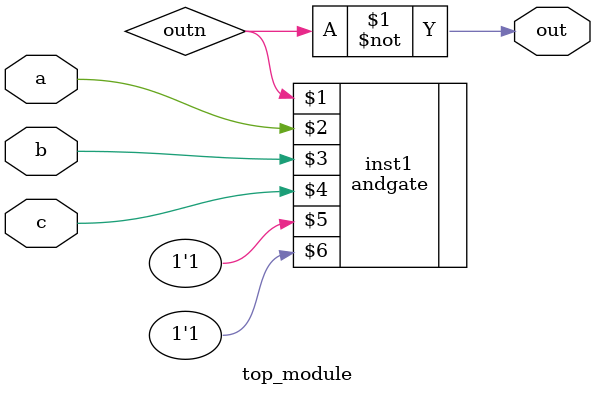
<source format=v>
module top_module (
	input a,
	input b,
	input c,
	output out
);

	wire outn;

	andgate inst1(outn, a, b, c, 1'b1, 1'b1);

	assign out = ~outn;

endmodule

</source>
